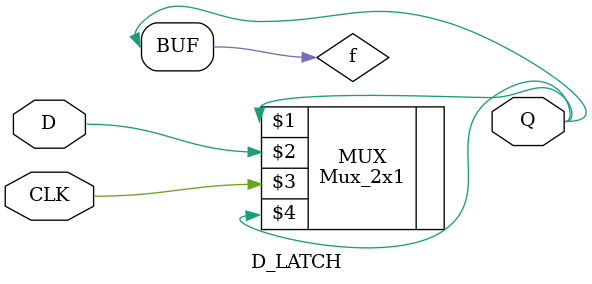
<source format=v>
`timescale 1ns / 1ps

// Author : Venu Pabbuleti 
// ID     : N180116
//Branch  : ECE
//Project : RTL design using Verilog
//Design  : D Latch By 2x1 Mux
//Module  : D_LATCH
//RGUKT NUZVID 
//////////////////////////////////////////////////////////////////////////////////


module D_LATCH(D,CLK,Q);
input D,CLK;
output Q;

wire f;
Mux_2x1 MUX(Q,D,CLK,f);
assign Q=f;
endmodule

 

</source>
